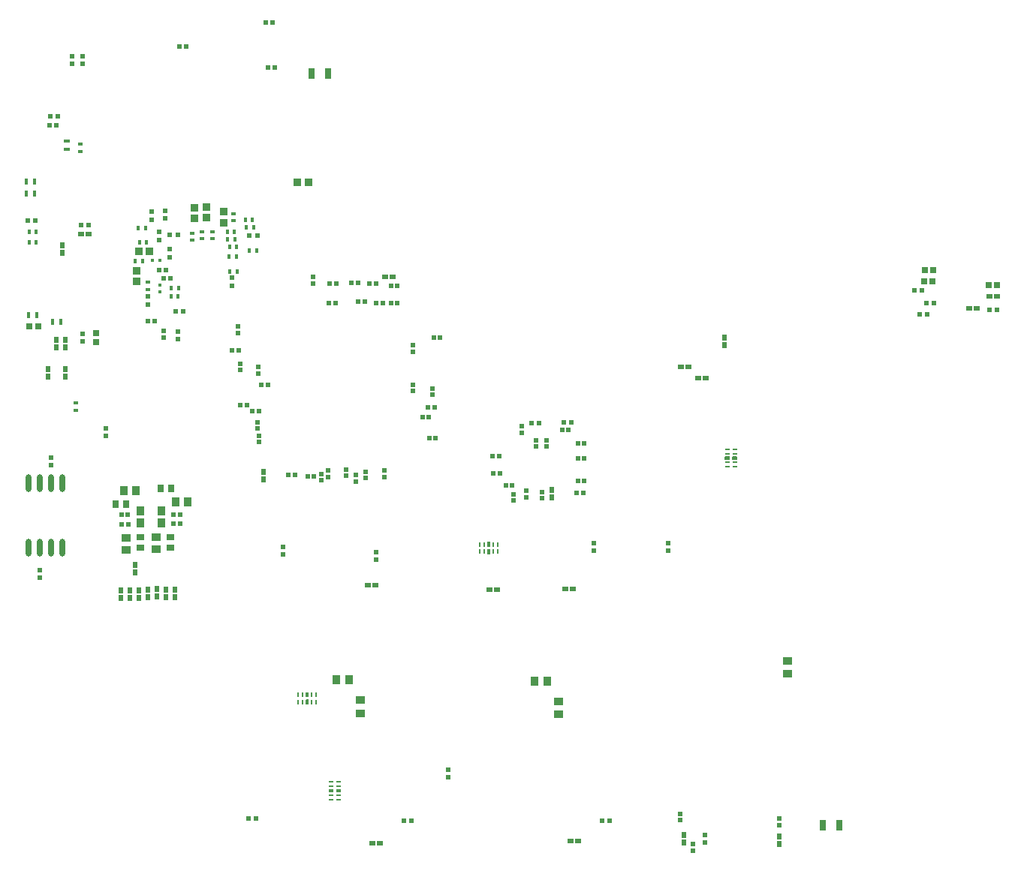
<source format=gbp>
G04*
G04 #@! TF.GenerationSoftware,Altium Limited,Altium Designer,25.1.2 (22)*
G04*
G04 Layer_Color=128*
%FSLAX44Y44*%
%MOMM*%
G71*
G04*
G04 #@! TF.SameCoordinates,A11DD0CD-F6FC-4396-A5D6-A0F97A1EA5FB*
G04*
G04*
G04 #@! TF.FilePolarity,Positive*
G04*
G01*
G75*
G04:AMPARAMS|DCode=27|XSize=0.565mm|YSize=0.2mm|CornerRadius=0.05mm|HoleSize=0mm|Usage=FLASHONLY|Rotation=270.000|XOffset=0mm|YOffset=0mm|HoleType=Round|Shape=RoundedRectangle|*
%AMROUNDEDRECTD27*
21,1,0.5650,0.1000,0,0,270.0*
21,1,0.4650,0.2000,0,0,270.0*
1,1,0.1000,-0.0500,-0.2325*
1,1,0.1000,-0.0500,0.2325*
1,1,0.1000,0.0500,0.2325*
1,1,0.1000,0.0500,-0.2325*
%
%ADD27ROUNDEDRECTD27*%
%ADD28R,0.5500X0.5000*%
%ADD30R,0.6000X0.6500*%
%ADD31R,0.5000X0.5500*%
%ADD32R,0.5500X0.6000*%
%ADD39R,0.5811X0.5121*%
G04:AMPARAMS|DCode=40|XSize=0.565mm|YSize=0.2mm|CornerRadius=0.05mm|HoleSize=0mm|Usage=FLASHONLY|Rotation=0.000|XOffset=0mm|YOffset=0mm|HoleType=Round|Shape=RoundedRectangle|*
%AMROUNDEDRECTD40*
21,1,0.5650,0.1000,0,0,0.0*
21,1,0.4650,0.2000,0,0,0.0*
1,1,0.1000,0.2325,-0.0500*
1,1,0.1000,-0.2325,-0.0500*
1,1,0.1000,-0.2325,0.0500*
1,1,0.1000,0.2325,0.0500*
%
%ADD40ROUNDEDRECTD40*%
%ADD45R,0.9051X0.9062*%
%ADD46R,0.5682X0.5725*%
%ADD48R,0.5200X0.5200*%
%ADD49R,0.5200X0.5200*%
%ADD50R,0.4000X0.5000*%
%ADD54R,0.9000X0.7500*%
%ADD60R,0.7500X0.9000*%
%ADD63R,0.9000X1.0000*%
%ADD64R,1.0000X0.9000*%
%ADD65R,0.5121X0.5811*%
%ADD69R,0.6000X0.5500*%
%ADD71R,0.9582X1.1061*%
%ADD76R,0.4500X0.6750*%
%ADD82R,0.6750X0.4500*%
%ADD87R,0.6500X0.6000*%
%ADD89R,0.7000X0.6500*%
%ADD94R,0.6725X0.7154*%
%ADD97R,0.7154X0.6725*%
%ADD212R,0.8500X0.9000*%
%ADD213R,0.5000X0.4000*%
%ADD214R,0.4500X0.4500*%
%ADD215R,0.4500X0.4500*%
%ADD216R,0.9062X0.9051*%
%ADD217R,0.5725X0.5682*%
%ADD218O,0.7000X2.0000*%
%ADD219R,0.5500X0.5500*%
%ADD220R,0.4725X0.4682*%
%ADD221R,1.0500X0.9500*%
%ADD222R,0.9500X1.0500*%
%ADD223R,0.8000X1.2000*%
%ADD224R,0.5153X0.4725*%
G36*
X365975Y84700D02*
X365876D01*
X365692Y84624D01*
X365551Y84483D01*
X365475Y84299D01*
Y84200D01*
D01*
Y81600D01*
Y81501D01*
X365551Y81317D01*
X365692Y81176D01*
X365876Y81100D01*
X365975D01*
D01*
X370625D01*
X370724D01*
X370908Y81176D01*
X371049Y81317D01*
X371125Y81501D01*
Y81600D01*
D01*
Y84200D01*
Y84299D01*
X371049Y84483D01*
X370908Y84624D01*
X370724Y84700D01*
X370625D01*
D01*
X365975D01*
D02*
G37*
G36*
X379475Y81600D02*
Y84200D01*
Y84299D01*
X379399Y84483D01*
X379258Y84624D01*
X379075Y84700D01*
X378975D01*
D01*
X374325D01*
X374226D01*
X374042Y84624D01*
X373901Y84483D01*
X373825Y84299D01*
Y84200D01*
D01*
Y81600D01*
Y81501D01*
X373901Y81317D01*
X374042Y81176D01*
X374226Y81100D01*
X374325D01*
D01*
X378975D01*
X379075D01*
X379258Y81176D01*
X379399Y81317D01*
X379475Y81501D01*
Y81600D01*
D01*
D02*
G37*
G36*
X339480Y180770D02*
Y180671D01*
X339556Y180487D01*
X339697Y180346D01*
X339880Y180270D01*
X339980D01*
D01*
X342580D01*
X342679D01*
X342863Y180346D01*
X343004Y180487D01*
X343080Y180671D01*
Y180770D01*
D01*
Y185420D01*
Y185519D01*
X343004Y185703D01*
X342863Y185844D01*
X342679Y185920D01*
X342580D01*
D01*
X339980D01*
X339880D01*
X339697Y185844D01*
X339556Y185703D01*
X339480Y185519D01*
Y185420D01*
D01*
Y180770D01*
D02*
G37*
G36*
X342580Y194270D02*
X339980D01*
X339880D01*
X339697Y194194D01*
X339556Y194053D01*
X339480Y193869D01*
Y193770D01*
D01*
Y189120D01*
Y189021D01*
X339556Y188837D01*
X339697Y188696D01*
X339880Y188620D01*
X339980D01*
D01*
X342580D01*
X342679D01*
X342863Y188696D01*
X343004Y188837D01*
X343080Y189021D01*
Y189120D01*
D01*
Y193770D01*
Y193869D01*
X343004Y194053D01*
X342863Y194194D01*
X342679Y194270D01*
X342580D01*
D01*
D02*
G37*
G36*
X544800Y349870D02*
X547400D01*
X547499D01*
X547683Y349946D01*
X547824Y350087D01*
X547900Y350271D01*
Y350370D01*
D01*
Y355020D01*
Y355119D01*
X547824Y355303D01*
X547683Y355444D01*
X547499Y355520D01*
X547400D01*
D01*
X544800D01*
X544701D01*
X544517Y355444D01*
X544376Y355303D01*
X544300Y355119D01*
Y355020D01*
D01*
Y350370D01*
Y350271D01*
X544376Y350087D01*
X544517Y349946D01*
X544701Y349870D01*
X544800D01*
D01*
D02*
G37*
G36*
X547900Y363370D02*
Y363470D01*
X547824Y363653D01*
X547683Y363794D01*
X547499Y363870D01*
X547400D01*
D01*
X544800D01*
X544701D01*
X544517Y363794D01*
X544376Y363653D01*
X544300Y363470D01*
Y363370D01*
D01*
Y358720D01*
Y358620D01*
X544376Y358437D01*
X544517Y358296D01*
X544701Y358220D01*
X544800D01*
D01*
X547400D01*
X547499D01*
X547683Y358296D01*
X547824Y358437D01*
X547900Y358620D01*
Y358720D01*
D01*
Y363370D01*
D02*
G37*
G36*
X812150Y459770D02*
Y457170D01*
Y457071D01*
X812226Y456887D01*
X812367Y456746D01*
X812551Y456670D01*
X812650D01*
D01*
X817300D01*
X817399D01*
X817583Y456746D01*
X817724Y456887D01*
X817800Y457071D01*
Y457170D01*
D01*
Y459770D01*
Y459869D01*
X817724Y460053D01*
X817583Y460194D01*
X817399Y460270D01*
X817300D01*
D01*
X812650D01*
X812551D01*
X812367Y460194D01*
X812226Y460053D01*
X812150Y459869D01*
Y459770D01*
D01*
D02*
G37*
G36*
X825650Y456670D02*
X825750D01*
X825933Y456746D01*
X826074Y456887D01*
X826150Y457071D01*
Y457170D01*
D01*
Y459770D01*
Y459869D01*
X826074Y460053D01*
X825933Y460194D01*
X825750Y460270D01*
X825650D01*
D01*
X821000D01*
X820900D01*
X820717Y460194D01*
X820576Y460053D01*
X820500Y459869D01*
Y459770D01*
D01*
Y457170D01*
Y457071D01*
X820576Y456887D01*
X820717Y456746D01*
X820900Y456670D01*
X821000D01*
D01*
X825650D01*
D02*
G37*
D27*
X536100Y361045D02*
D03*
X541100D02*
D03*
X551100D02*
D03*
X556100D02*
D03*
Y352695D02*
D03*
X551100D02*
D03*
X541100D02*
D03*
X536100D02*
D03*
X351280Y191445D02*
D03*
X346280D02*
D03*
X336280D02*
D03*
X331280D02*
D03*
Y183095D02*
D03*
X336280D02*
D03*
X346280D02*
D03*
X351280D02*
D03*
D28*
X294700Y949960D02*
D03*
X302200D02*
D03*
X297240Y899160D02*
D03*
X304740D02*
D03*
X204410Y923290D02*
D03*
X196910D02*
D03*
X179135Y661640D02*
D03*
X186635D02*
D03*
X174176Y670330D02*
D03*
X181676D02*
D03*
X168850Y613410D02*
D03*
X161350D02*
D03*
X398720Y656590D02*
D03*
X391220D02*
D03*
D30*
X811530Y594800D02*
D03*
Y586300D02*
D03*
X171488Y302042D02*
D03*
Y310542D02*
D03*
X181610Y301820D02*
D03*
Y310320D02*
D03*
X191770Y301820D02*
D03*
Y310320D02*
D03*
X161290Y301820D02*
D03*
Y310320D02*
D03*
X151130Y300550D02*
D03*
Y309050D02*
D03*
X130810Y300550D02*
D03*
Y309050D02*
D03*
X140970Y300990D02*
D03*
Y309490D02*
D03*
X147320Y329760D02*
D03*
Y338260D02*
D03*
X292100Y442840D02*
D03*
Y434340D02*
D03*
X64770Y698940D02*
D03*
Y690440D02*
D03*
X873760Y22860D02*
D03*
Y31360D02*
D03*
X765810Y33460D02*
D03*
Y24960D02*
D03*
X617220Y414020D02*
D03*
Y422520D02*
D03*
X48920Y559230D02*
D03*
Y550730D02*
D03*
X68580Y558800D02*
D03*
Y550300D02*
D03*
Y583760D02*
D03*
Y592260D02*
D03*
X58420D02*
D03*
Y583760D02*
D03*
D31*
X762000Y49590D02*
D03*
Y57090D02*
D03*
X179070Y601920D02*
D03*
Y594420D02*
D03*
X775970Y15300D02*
D03*
Y22800D02*
D03*
X873760Y51950D02*
D03*
Y44450D02*
D03*
D32*
X789940Y24960D02*
D03*
Y33460D02*
D03*
X748030Y353890D02*
D03*
Y362390D02*
D03*
X664210Y353890D02*
D03*
Y362390D02*
D03*
X419220Y343931D02*
D03*
Y352431D02*
D03*
X313690Y350080D02*
D03*
Y358580D02*
D03*
X500380Y98620D02*
D03*
Y107120D02*
D03*
X87630Y903800D02*
D03*
Y912300D02*
D03*
X76200Y903800D02*
D03*
Y912300D02*
D03*
D39*
X197965Y384810D02*
D03*
X190655D02*
D03*
X197965Y394970D02*
D03*
X190655D02*
D03*
X131728Y394409D02*
D03*
X139038D02*
D03*
X132080Y383540D02*
D03*
X139391D02*
D03*
X365677Y633588D02*
D03*
X372987D02*
D03*
X411635Y655320D02*
D03*
X418945D02*
D03*
X484025Y594360D02*
D03*
X491335D02*
D03*
X426565Y633730D02*
D03*
X419255D02*
D03*
X406245Y635000D02*
D03*
X398935D02*
D03*
X366776Y655647D02*
D03*
X374086D02*
D03*
X435765Y652780D02*
D03*
X443075D02*
D03*
X264005Y580390D02*
D03*
X256695D02*
D03*
X435765Y633730D02*
D03*
X443075D02*
D03*
X477675Y515620D02*
D03*
X484985D02*
D03*
X471269Y504688D02*
D03*
X478579D02*
D03*
X320195Y439420D02*
D03*
X327505D02*
D03*
X273468Y518501D02*
D03*
X266157D02*
D03*
X289385Y541300D02*
D03*
X296695D02*
D03*
X478945Y481330D02*
D03*
X486255D02*
D03*
X349095Y438150D02*
D03*
X341785D02*
D03*
X279709Y511810D02*
D03*
X287020D02*
D03*
X558755Y440955D02*
D03*
X551445D02*
D03*
X557695Y460979D02*
D03*
X550384D02*
D03*
X628805Y490220D02*
D03*
X636115D02*
D03*
X646585Y458470D02*
D03*
X653895D02*
D03*
X646585Y433070D02*
D03*
X653895D02*
D03*
X645315Y419100D02*
D03*
X652625D02*
D03*
X646585Y474980D02*
D03*
X653895D02*
D03*
X565305Y427990D02*
D03*
X572615D02*
D03*
D40*
X814975Y468470D02*
D03*
Y463470D02*
D03*
Y453470D02*
D03*
Y448470D02*
D03*
X823325D02*
D03*
Y453470D02*
D03*
Y463470D02*
D03*
Y468470D02*
D03*
X376650Y72900D02*
D03*
Y77900D02*
D03*
Y87900D02*
D03*
Y92900D02*
D03*
X368300D02*
D03*
Y87900D02*
D03*
Y77900D02*
D03*
Y72900D02*
D03*
D45*
X163554Y692025D02*
D03*
X151543D02*
D03*
D46*
X201637Y623835D02*
D03*
X192594D02*
D03*
X195397Y710719D02*
D03*
X186354D02*
D03*
D48*
X34480Y726440D02*
D03*
X26480D02*
D03*
X51880Y844550D02*
D03*
X59880D02*
D03*
D49*
X87630Y590360D02*
D03*
Y598360D02*
D03*
D50*
X196040Y650640D02*
D03*
X188040D02*
D03*
X251474Y705519D02*
D03*
X259474D02*
D03*
X280860Y718820D02*
D03*
X272860D02*
D03*
X147290Y680420D02*
D03*
X155290D02*
D03*
X195770Y641350D02*
D03*
X187770D02*
D03*
X254020Y669092D02*
D03*
X262020D02*
D03*
X253540Y696640D02*
D03*
X261540D02*
D03*
X251270Y713740D02*
D03*
X259270D02*
D03*
X284240Y692801D02*
D03*
X276240D02*
D03*
X152210Y702310D02*
D03*
X160210D02*
D03*
X150894Y718391D02*
D03*
X158894D02*
D03*
X253136Y686162D02*
D03*
X261136D02*
D03*
X279590Y727710D02*
D03*
X271590D02*
D03*
X35750Y713740D02*
D03*
X27750D02*
D03*
X35750Y702310D02*
D03*
X27750D02*
D03*
D54*
X186690Y357220D02*
D03*
Y369220D02*
D03*
X152730Y357220D02*
D03*
Y369220D02*
D03*
D60*
X124931Y406801D02*
D03*
X136931D02*
D03*
X187668Y423863D02*
D03*
X175668D02*
D03*
D63*
X147720Y421640D02*
D03*
X134220D02*
D03*
X192640Y408940D02*
D03*
X206140D02*
D03*
D64*
X171099Y369331D02*
D03*
Y355831D02*
D03*
X137160Y368700D02*
D03*
Y355200D02*
D03*
D65*
X262890Y599595D02*
D03*
Y606905D02*
D03*
X347980Y655475D02*
D03*
Y662785D02*
D03*
X460782Y578333D02*
D03*
Y585644D02*
D03*
X460691Y534135D02*
D03*
Y541446D02*
D03*
X406911Y443145D02*
D03*
Y435834D02*
D03*
X356870Y440535D02*
D03*
Y433225D02*
D03*
X266068Y557833D02*
D03*
Y565144D02*
D03*
X427990Y444345D02*
D03*
Y437035D02*
D03*
X384810Y445615D02*
D03*
Y438305D02*
D03*
X364490Y444345D02*
D03*
Y437035D02*
D03*
X285370Y499145D02*
D03*
Y491835D02*
D03*
X482600Y529745D02*
D03*
Y537055D02*
D03*
X396240Y439265D02*
D03*
Y431955D02*
D03*
X287020Y483715D02*
D03*
Y476405D02*
D03*
X286393Y553715D02*
D03*
Y561025D02*
D03*
X583092Y486809D02*
D03*
Y494119D02*
D03*
X599440Y478635D02*
D03*
Y471325D02*
D03*
X574040Y410365D02*
D03*
Y417675D02*
D03*
X610870Y478635D02*
D03*
Y471325D02*
D03*
X588010Y421485D02*
D03*
Y414175D02*
D03*
X605790Y412905D02*
D03*
Y420215D02*
D03*
D69*
X458910Y49530D02*
D03*
X450410D02*
D03*
X1039690Y633730D02*
D03*
X1048190D02*
D03*
X1025720Y647700D02*
D03*
X1034220D02*
D03*
X1110374Y626034D02*
D03*
X1118874D02*
D03*
X1032070Y621030D02*
D03*
X1040570D02*
D03*
X85920Y721360D02*
D03*
X94420D02*
D03*
X602344Y498141D02*
D03*
X593844D02*
D03*
X630750Y499110D02*
D03*
X639250D02*
D03*
X283650Y52070D02*
D03*
X275150D02*
D03*
X673930Y49530D02*
D03*
X682430D02*
D03*
D71*
X152730Y399191D02*
D03*
Y385669D02*
D03*
X176860Y399191D02*
D03*
Y385669D02*
D03*
D76*
X63045Y612140D02*
D03*
X53795D02*
D03*
X33835Y770890D02*
D03*
X24585D02*
D03*
X33835Y756920D02*
D03*
X24585D02*
D03*
X36375Y619760D02*
D03*
X27125D02*
D03*
D82*
X69850Y806685D02*
D03*
Y815935D02*
D03*
D87*
X781880Y548640D02*
D03*
X790380D02*
D03*
X1096450Y627380D02*
D03*
X1087950D02*
D03*
X762830Y561340D02*
D03*
X771330D02*
D03*
X85920Y711200D02*
D03*
X94420D02*
D03*
X437320Y662940D02*
D03*
X428820D02*
D03*
X1119310Y641350D02*
D03*
X1110810D02*
D03*
X632020Y311150D02*
D03*
X640520D02*
D03*
X414850Y24130D02*
D03*
X423350D02*
D03*
X555430Y309880D02*
D03*
X546930D02*
D03*
X409770Y314960D02*
D03*
X418270D02*
D03*
X638370Y26670D02*
D03*
X646870D02*
D03*
D89*
X1037920Y670560D02*
D03*
X1047420D02*
D03*
X1109740Y654034D02*
D03*
X1119240D02*
D03*
X1036650Y657860D02*
D03*
X1046150D02*
D03*
D94*
X102870Y589574D02*
D03*
Y599146D02*
D03*
D97*
X37806Y607060D02*
D03*
X28234D02*
D03*
D212*
X343050Y769620D02*
D03*
X330050D02*
D03*
D213*
X80710Y520540D02*
D03*
Y512540D02*
D03*
X234790Y705890D02*
D03*
Y713890D02*
D03*
X211625Y704437D02*
D03*
Y712437D02*
D03*
X257810Y734250D02*
D03*
Y726250D02*
D03*
X222805Y705905D02*
D03*
Y713905D02*
D03*
X161290Y648780D02*
D03*
Y656780D02*
D03*
X85090Y804770D02*
D03*
Y812770D02*
D03*
D214*
X166958Y681420D02*
D03*
X174958D02*
D03*
D215*
X175141Y645824D02*
D03*
Y653824D02*
D03*
D216*
X227999Y729790D02*
D03*
Y741801D02*
D03*
X213970Y729244D02*
D03*
Y741256D02*
D03*
X247141Y724277D02*
D03*
Y736289D02*
D03*
X149231Y670015D02*
D03*
Y658003D02*
D03*
D217*
X39370Y332182D02*
D03*
Y323139D02*
D03*
X52070Y450139D02*
D03*
Y459182D02*
D03*
X114300Y492201D02*
D03*
Y483158D02*
D03*
X256748Y662205D02*
D03*
Y653162D02*
D03*
X174569Y713465D02*
D03*
Y704422D02*
D03*
X180901Y728834D02*
D03*
Y737877D02*
D03*
X161290Y631749D02*
D03*
Y640791D02*
D03*
X165449Y727347D02*
D03*
Y736390D02*
D03*
X186356Y685118D02*
D03*
Y694161D02*
D03*
D218*
X26670Y429950D02*
D03*
X39370D02*
D03*
X52070D02*
D03*
X64770D02*
D03*
X26670Y357450D02*
D03*
X39370D02*
D03*
X52070D02*
D03*
X64770D02*
D03*
D219*
X276170Y709930D02*
D03*
X285170D02*
D03*
D220*
X195580Y592878D02*
D03*
Y600922D02*
D03*
D221*
X624840Y169280D02*
D03*
Y183780D02*
D03*
X401320Y170550D02*
D03*
Y185050D02*
D03*
X883127Y215087D02*
D03*
Y229587D02*
D03*
D222*
X597270Y207010D02*
D03*
X611770D02*
D03*
X373750Y208280D02*
D03*
X388250D02*
D03*
D223*
X364600Y892810D02*
D03*
X346600D02*
D03*
X941180Y44450D02*
D03*
X923180D02*
D03*
D224*
X50824Y834390D02*
D03*
X58396D02*
D03*
M02*

</source>
